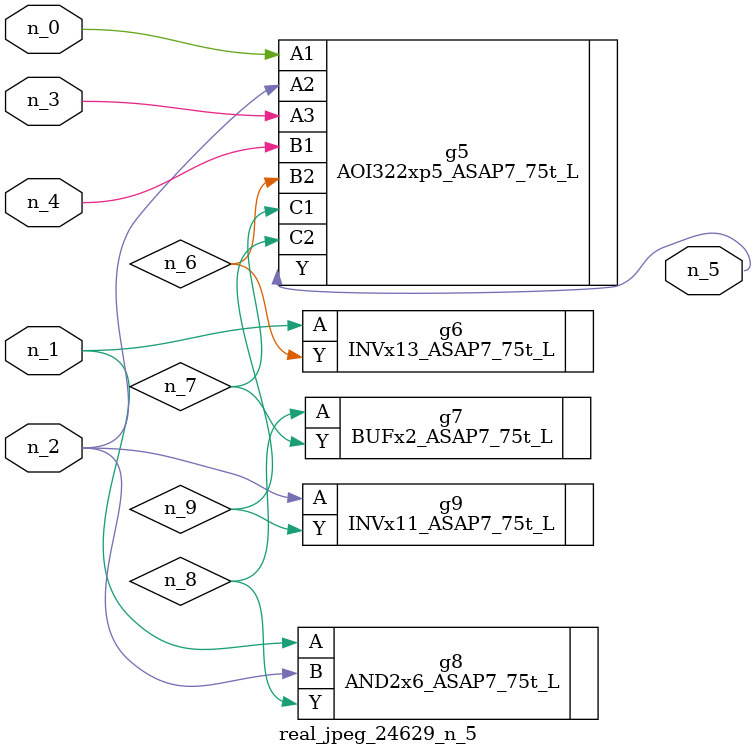
<source format=v>
module real_jpeg_24629_n_5 (n_4, n_0, n_1, n_2, n_3, n_5);

input n_4;
input n_0;
input n_1;
input n_2;
input n_3;

output n_5;

wire n_8;
wire n_6;
wire n_7;
wire n_9;

AOI322xp5_ASAP7_75t_L g5 ( 
.A1(n_0),
.A2(n_2),
.A3(n_3),
.B1(n_4),
.B2(n_6),
.C1(n_7),
.C2(n_9),
.Y(n_5)
);

INVx13_ASAP7_75t_L g6 ( 
.A(n_1),
.Y(n_6)
);

AND2x6_ASAP7_75t_L g8 ( 
.A(n_1),
.B(n_2),
.Y(n_8)
);

INVx11_ASAP7_75t_L g9 ( 
.A(n_2),
.Y(n_9)
);

BUFx2_ASAP7_75t_L g7 ( 
.A(n_8),
.Y(n_7)
);


endmodule
</source>
